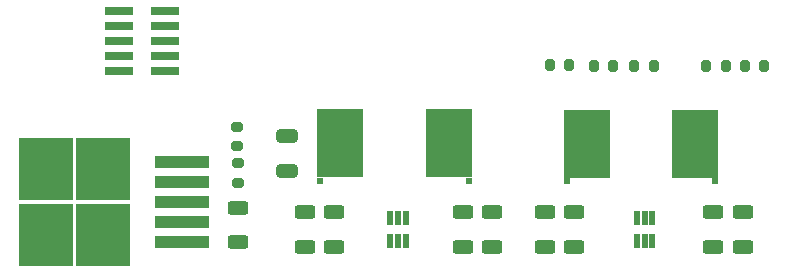
<source format=gbr>
%TF.GenerationSoftware,KiCad,Pcbnew,6.0.9-8da3e8f707~116~ubuntu22.04.1*%
%TF.CreationDate,2022-12-14T18:32:25+01:00*%
%TF.ProjectId,test_fixture,74657374-5f66-4697-9874-7572652e6b69,rev?*%
%TF.SameCoordinates,Original*%
%TF.FileFunction,Paste,Top*%
%TF.FilePolarity,Positive*%
%FSLAX46Y46*%
G04 Gerber Fmt 4.6, Leading zero omitted, Abs format (unit mm)*
G04 Created by KiCad (PCBNEW 6.0.9-8da3e8f707~116~ubuntu22.04.1) date 2022-12-14 18:32:25*
%MOMM*%
%LPD*%
G01*
G04 APERTURE LIST*
G04 Aperture macros list*
%AMRoundRect*
0 Rectangle with rounded corners*
0 $1 Rounding radius*
0 $2 $3 $4 $5 $6 $7 $8 $9 X,Y pos of 4 corners*
0 Add a 4 corners polygon primitive as box body*
4,1,4,$2,$3,$4,$5,$6,$7,$8,$9,$2,$3,0*
0 Add four circle primitives for the rounded corners*
1,1,$1+$1,$2,$3*
1,1,$1+$1,$4,$5*
1,1,$1+$1,$6,$7*
1,1,$1+$1,$8,$9*
0 Add four rect primitives between the rounded corners*
20,1,$1+$1,$2,$3,$4,$5,0*
20,1,$1+$1,$4,$5,$6,$7,0*
20,1,$1+$1,$6,$7,$8,$9,0*
20,1,$1+$1,$8,$9,$2,$3,0*%
G04 Aperture macros list end*
%ADD10R,3.940000X5.840000*%
%ADD11R,0.510000X0.600000*%
%ADD12RoundRect,0.020000X0.180000X-0.575000X0.180000X0.575000X-0.180000X0.575000X-0.180000X-0.575000X0*%
%ADD13RoundRect,0.250000X0.625000X-0.312500X0.625000X0.312500X-0.625000X0.312500X-0.625000X-0.312500X0*%
%ADD14RoundRect,0.200000X-0.200000X-0.275000X0.200000X-0.275000X0.200000X0.275000X-0.200000X0.275000X0*%
%ADD15R,4.550000X5.250000*%
%ADD16R,4.600000X1.100000*%
%ADD17RoundRect,0.250000X0.650000X-0.325000X0.650000X0.325000X-0.650000X0.325000X-0.650000X-0.325000X0*%
%ADD18R,2.400000X0.740000*%
%ADD19RoundRect,0.200000X0.275000X-0.200000X0.275000X0.200000X-0.275000X0.200000X-0.275000X-0.200000X0*%
%ADD20RoundRect,0.200000X0.200000X0.275000X-0.200000X0.275000X-0.200000X-0.275000X0.200000X-0.275000X0*%
G04 APERTURE END LIST*
D10*
%TO.C,R4*%
X133042200Y-103124000D03*
D11*
X131327200Y-106324000D03*
D10*
X142192200Y-103124000D03*
D11*
X143907200Y-106324000D03*
%TD*%
D12*
%TO.C,U3*%
X116393200Y-111343200D03*
X117043200Y-111343200D03*
X117693200Y-111343200D03*
X117693200Y-109423200D03*
X117043200Y-109423200D03*
X116393200Y-109423200D03*
%TD*%
D13*
%TO.C,C9*%
X103463000Y-111469900D03*
X103463000Y-108544900D03*
%TD*%
%TO.C,C3*%
X129489200Y-111886900D03*
X129489200Y-108961900D03*
%TD*%
%TO.C,C4*%
X111633000Y-111876300D03*
X111633000Y-108951300D03*
%TD*%
D14*
%TO.C,R6*%
X146380200Y-96545400D03*
X148030200Y-96545400D03*
%TD*%
D12*
%TO.C,U4*%
X137272000Y-111353800D03*
X137922000Y-111353800D03*
X138572000Y-111353800D03*
X138572000Y-109433800D03*
X137922000Y-109433800D03*
X137272000Y-109433800D03*
%TD*%
D15*
%TO.C,U2*%
X92048200Y-110826600D03*
X87198200Y-105276600D03*
X92048200Y-105276600D03*
X87198200Y-110826600D03*
D16*
X98773200Y-111451600D03*
X98773200Y-109751600D03*
X98773200Y-108051600D03*
X98773200Y-106351600D03*
X98773200Y-104651600D03*
%TD*%
D13*
%TO.C,C7*%
X131953000Y-111886900D03*
X131953000Y-108961900D03*
%TD*%
%TO.C,C8*%
X109143800Y-111876300D03*
X109143800Y-108951300D03*
%TD*%
%TO.C,C2*%
X143687800Y-111886900D03*
X143687800Y-108961900D03*
%TD*%
D17*
%TO.C,C10*%
X107654000Y-105437200D03*
X107654000Y-102487200D03*
%TD*%
D13*
%TO.C,C1*%
X122555000Y-111876300D03*
X122555000Y-108951300D03*
%TD*%
D14*
%TO.C,R7*%
X133617200Y-96545400D03*
X135267200Y-96545400D03*
%TD*%
D18*
%TO.C,J3*%
X97327000Y-96951800D03*
X93427000Y-96951800D03*
X97327000Y-95681800D03*
X93427000Y-95681800D03*
X97327000Y-94411800D03*
X93427000Y-94411800D03*
X97327000Y-93141800D03*
X93427000Y-93141800D03*
X97327000Y-91871800D03*
X93427000Y-91871800D03*
%TD*%
D19*
%TO.C,R1*%
X103463000Y-106451400D03*
X103463000Y-104801400D03*
%TD*%
D14*
%TO.C,R8*%
X137020800Y-96545400D03*
X138670800Y-96545400D03*
%TD*%
D13*
%TO.C,C6*%
X146202400Y-111886900D03*
X146202400Y-108961900D03*
%TD*%
%TO.C,C5*%
X124993400Y-111876300D03*
X124993400Y-108951300D03*
%TD*%
D14*
%TO.C,R5*%
X143129000Y-96545400D03*
X144779000Y-96545400D03*
%TD*%
D19*
%TO.C,R2*%
X103437600Y-103352600D03*
X103437600Y-101702600D03*
%TD*%
D20*
%TO.C,R9*%
X131546600Y-96494600D03*
X129896600Y-96494600D03*
%TD*%
D10*
%TO.C,R3*%
X112163400Y-103113400D03*
D11*
X110448400Y-106313400D03*
X123028400Y-106313400D03*
D10*
X121313400Y-103113400D03*
%TD*%
M02*

</source>
